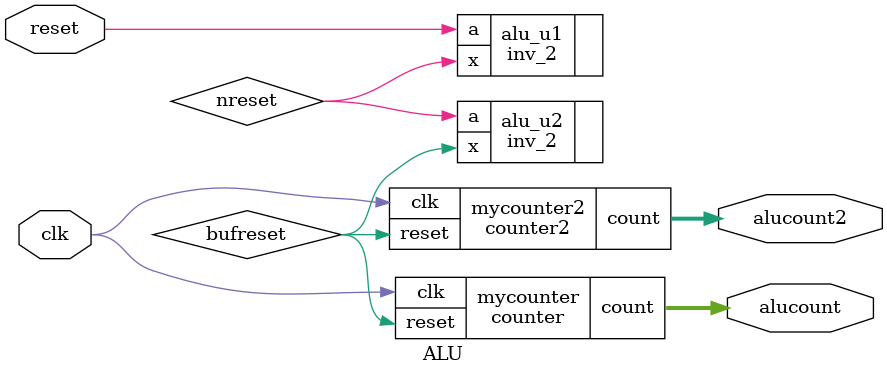
<source format=v>

module counter_DW01_inc_0 ( A, SUM );
  input [7:0] A;
  output [7:0] SUM;

  wire   [7:2] carry;

  adhalf_1 U1_1_6 ( .a(A[6]), .b(carry[6]), .co(carry[7]), .s(SUM[6]) );
  adhalf_1 U1_1_1 ( .a(A[1]), .b(A[0]), .co(carry[2]), .s(SUM[1]) );
  adhalf_1 U1_1_2 ( .a(A[2]), .b(carry[2]), .co(carry[3]), .s(SUM[2]) );
  adhalf_1 U1_1_3 ( .a(A[3]), .b(carry[3]), .co(carry[4]), .s(SUM[3]) );
  adhalf_1 U1_1_4 ( .a(A[4]), .b(carry[4]), .co(carry[5]), .s(SUM[4]) );
  adhalf_1 U1_1_5 ( .a(A[5]), .b(carry[5]), .co(carry[6]), .s(SUM[5]) );
  inv_2 U1 ( .a(A[0]), .x(SUM[0]) );
  exor2_1 U2 ( .a(carry[7]), .b(A[7]), .x(SUM[7]) );
endmodule

module counter_DW01_inc_1 ( A, SUM );
  input [7:0] A;
  output [7:0] SUM;

  wire   [7:2] carry;

  adhalf_1 U1_1_6 ( .a(A[6]), .b(carry[6]), .co(carry[7]), .s(SUM[6]) );
  adhalf_1 U1_1_1 ( .a(A[1]), .b(A[0]), .co(carry[2]), .s(SUM[1]) );
  adhalf_1 U1_1_2 ( .a(A[2]), .b(carry[2]), .co(carry[3]), .s(SUM[2]) );
  adhalf_1 U1_1_3 ( .a(A[3]), .b(carry[3]), .co(carry[4]), .s(SUM[3]) );
  adhalf_1 U1_1_4 ( .a(A[4]), .b(carry[4]), .co(carry[5]), .s(SUM[4]) );
  adhalf_1 U1_1_5 ( .a(A[5]), .b(carry[5]), .co(carry[6]), .s(SUM[5]) );
  inv_2 U1 ( .a(A[0]), .x(SUM[0]) );
  exor2_1 U2 ( .a(carry[7]), .b(A[7]), .x(SUM[7]) );
endmodule

module counter ( clk, reset, count );
  output [7:0] count;
  input clk, reset;
  wire   N1, N2, N3, N4, N5, N6, N7, N8, n18;

  counter_DW01_inc_0 add_13 ( .A(count), .SUM({N8, N7, N6, N5, N4, N3, N2, N1}) );
  dffpr_2 \count_reg[7]  ( .d(N8), .ck(clk), .rb(n18), .q(count[7]) );
  dffpr_2 \count_reg[4]  ( .d(N5), .ck(clk), .rb(n18), .q(count[4]) );
  dffpr_2 \count_reg[5]  ( .d(N6), .ck(clk), .rb(n18), .q(count[5]) );
  dffpr_2 \count_reg[6]  ( .d(N7), .ck(clk), .rb(n18), .q(count[6]) );
  dffpr_2 \count_reg[2]  ( .d(N3), .ck(clk), .rb(n18), .q(count[2]) );
  dffpr_2 \count_reg[3]  ( .d(N4), .ck(clk), .rb(n18), .q(count[3]) );
  dffpr_2 \count_reg[1]  ( .d(N2), .ck(clk), .rb(n18), .q(count[1]) );
  dffpr_2 \count_reg[0]  ( .d(N1), .ck(clk), .rb(n18), .q(count[0]) );
  inv_2 U4 ( .a(reset), .x(n18) );
endmodule

module counter2 ( clk, reset, count );
  output [7:0] count;
  input clk, reset;
  wire   N1, N2, N3, N4, N5, N6, N7, N8, n18, n19, n20;

  counter_DW01_inc_1 add_13 ( .A(count), .SUM({N8, N7, N6, N5, N4, N3, N2, N1}) );
  dffpr_2 \count_reg[7]  ( .d(N8), .ck(clk), .rb(n20), .q(count[7]) );
  dffpr_2 \count_reg[4]  ( .d(N5), .ck(clk), .rb(n20), .q(count[4]) );
  dffpr_2 \count_reg[5]  ( .d(N6), .ck(clk), .rb(n20), .q(count[5]) );
  dffpr_2 \count_reg[6]  ( .d(N7), .ck(clk), .rb(n20), .q(count[6]) );
  dffpr_2 \count_reg[2]  ( .d(N3), .ck(clk), .rb(n20), .q(count[2]) );
  dffpr_2 \count_reg[3]  ( .d(N4), .ck(clk), .rb(n20), .q(count[3]) );
  dffpr_2 \count_reg[1]  ( .d(N2), .ck(clk), .rb(n20), .q(count[1]) );
  dffpr_2 \count_reg[0]  ( .d(N1), .ck(clk), .rb(n20), .q(count[0]) );
   inv_2 U4 ( .a(reset), .x(n18) );
   inv_2 U5 ( .a(n18), .x(n19) );
   inv_2 U6 ( .a(n19), .x(n20) );
endmodule

module ALU (clk, reset, alucount, alucount2);
   output [7:0] alucount;
   output [7:0] alucount2;
   input 	clk, reset;
   wire 	nreset, bufreset;
   
   counter2 mycounter2 (.clk(clk), .reset(bufreset), .count(alucount2));
   counter mycounter (.clk(clk), .reset(bufreset), .count(alucount));
   inv_2 alu_u1 (.a(reset),.x(nreset));
   inv_2 alu_u2 (.a(nreset),.x(bufreset));
   
endmodule
</source>
